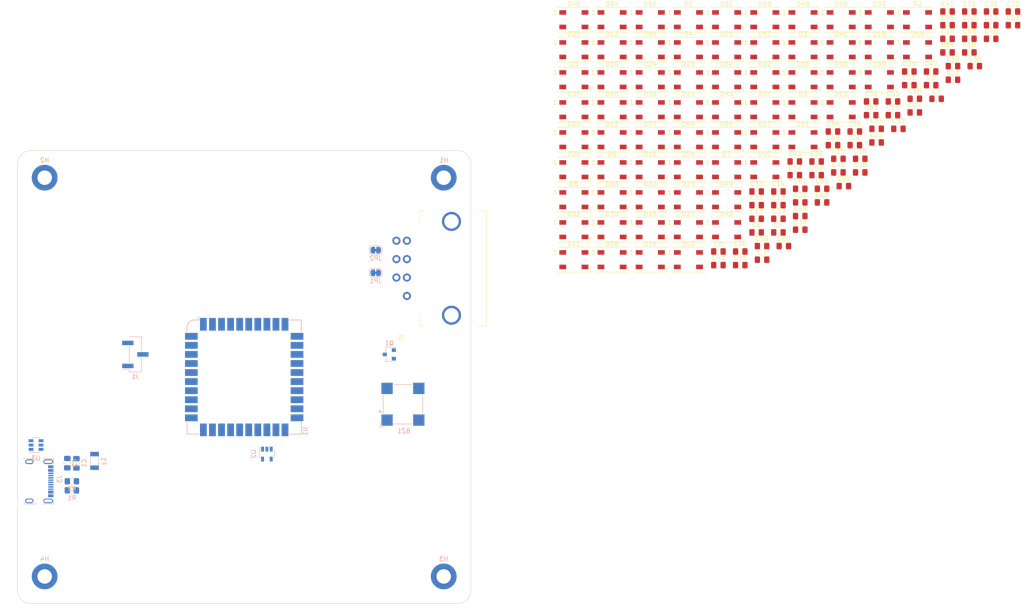
<source format=kicad_pcb>
(kicad_pcb (version 20210824) (generator pcbnew)
  (layers (0 "F.Cu" signal) (1 "In1.Cu" signal) (2 "In2.Cu" signal) (31 "B.Cu" signal) (34 "B.Paste" user) (35 "F.Paste" user) (36 "B.SilkS" user "B.Silkscreen") (37 "F.SilkS" user "F.Silkscreen") (38 "B.Mask" user) (39 "F.Mask" user) (44 "Edge.Cuts" user))
  (net 0 "")
  (net 1 "Net-(BZ1-Pad2)")
  (net 2 "+5V")
  (net 3 "Net-(C1-Pad1)")
  (net 4 "GND")
  (net 5 "/LED Matrix/LED_DATA_5V")
  (net 6 "Net-(D1-Pad2)")
  (net 7 "Net-(D2-Pad2)")
  (net 8 "Net-(D3-Pad2)")
  (net 9 "Net-(D4-Pad2)")
  (net 10 "Net-(D5-Pad2)")
  (net 11 "Net-(D6-Pad2)")
  (net 12 "Net-(D7-Pad2)")
  (net 13 "Net-(D8-Pad2)")
  (net 14 "Net-(D10-Pad4)")
  (net 15 "Net-(D10-Pad2)")
  (net 16 "Net-(D11-Pad2)")
  (net 17 "Net-(D12-Pad2)")
  (net 18 "Net-(D13-Pad2)")
  (net 19 "Net-(D14-Pad2)")
  (net 20 "Net-(D15-Pad2)")
  (net 21 "Net-(D16-Pad2)")
  (net 22 "Net-(D17-Pad2)")
  (net 23 "Net-(D18-Pad2)")
  (net 24 "Net-(D19-Pad2)")
  (net 25 "Net-(D20-Pad2)")
  (net 26 "Net-(D21-Pad2)")
  (net 27 "Net-(D22-Pad2)")
  (net 28 "Net-(D23-Pad2)")
  (net 29 "Net-(D24-Pad2)")
  (net 30 "Net-(D25-Pad2)")
  (net 31 "Net-(D26-Pad2)")
  (net 32 "Net-(D27-Pad2)")
  (net 33 "Net-(D28-Pad2)")
  (net 34 "Net-(D29-Pad2)")
  (net 35 "Net-(D30-Pad2)")
  (net 36 "Net-(D31-Pad2)")
  (net 37 "Net-(D32-Pad2)")
  (net 38 "Net-(D33-Pad2)")
  (net 39 "Net-(D34-Pad2)")
  (net 40 "Net-(D35-Pad2)")
  (net 41 "Net-(D36-Pad2)")
  (net 42 "Net-(D37-Pad2)")
  (net 43 "Net-(D38-Pad2)")
  (net 44 "Net-(D39-Pad2)")
  (net 45 "Net-(D40-Pad2)")
  (net 46 "Net-(D41-Pad2)")
  (net 47 "Net-(D42-Pad2)")
  (net 48 "Net-(D43-Pad2)")
  (net 49 "Net-(D44-Pad2)")
  (net 50 "Net-(D45-Pad2)")
  (net 51 "Net-(D46-Pad2)")
  (net 52 "Net-(D47-Pad2)")
  (net 53 "Net-(D48-Pad2)")
  (net 54 "Net-(D49-Pad2)")
  (net 55 "Net-(D50-Pad2)")
  (net 56 "Net-(D51-Pad2)")
  (net 57 "Net-(D52-Pad2)")
  (net 58 "Net-(D53-Pad2)")
  (net 59 "Net-(D54-Pad2)")
  (net 60 "Net-(D55-Pad2)")
  (net 61 "Net-(D56-Pad2)")
  (net 62 "Net-(D57-Pad2)")
  (net 63 "Net-(D58-Pad2)")
  (net 64 "Net-(D59-Pad2)")
  (net 65 "Net-(D60-Pad2)")
  (net 66 "Net-(D61-Pad2)")
  (net 67 "Net-(D62-Pad2)")
  (net 68 "Net-(D63-Pad2)")
  (net 70 "SWDIO")
  (net 71 "SWCLK")
  (net 72 "Net-(J2-Pad2)")
  (net 73 "Net-(J2-Pad3)")
  (net 74 "CTRL_DATA")
  (net 77 "+3V3")
  (net 78 "Net-(J3-PadA5)")
  (net 79 "USB_D+")
  (net 80 "USB_D-")
  (net 82 "Net-(J3-PadB5)")
  (net 84 "CTRL_CLK")
  (net 85 "CTRL_LATCH")
  (net 86 "BUZZ")
  (net 105 "Net-(U1-Pad23)")
  (footprint "Capacitor_SMD:C_0805_2012Metric_Pad1.18x1.45mm_HandSolder" (layer "F.Cu") (at 277.425 58.445)
    (fp_text reference "C66")
    (fp_text value "100nF")
  )
  (footprint "Capacitor_SMD:C_0805_2012Metric_Pad1.18x1.45mm_HandSolder" (layer "F.Cu") (at 279.835 45.805)
    (fp_text reference "C44")
    (fp_text value "100nF")
  )
  (footprint "LED_SMD:LED_WS2812B_PLCC4_5.0x5.0mm_P3.2mm" (layer "F.Cu") (at 239.54 21.13)
    (fp_text reference "D60")
    (fp_text value "WS2812C")
  )
  (footprint "LED_SMD:LED_WS2812B_PLCC4_5.0x5.0mm_P3.2mm" (layer "F.Cu") (at 222.7 40.99)
    (fp_text reference "D37")
    (fp_text value "WS2812C")
  )
  (footprint "LED_SMD:LED_WS2812B_PLCC4_5.0x5.0mm_P3.2mm" (layer "F.Cu") (at 231.12 40.99)
    (fp_text reference "D40")
    (fp_text value "WS2812C")
  )
  (footprint "LED_SMD:LED_WS2812B_PLCC4_5.0x5.0mm_P3.2mm" (layer "F.Cu") (at 247.96 47.61)
    (fp_text reference "D44")
    (fp_text value "WS2812C")
  )
  (footprint "LED_SMD:LED_WS2812B_PLCC4_5.0x5.0mm_P3.2mm" (layer "F.Cu") (at 264.8 40.99)
    (fp_text reference "D47")
    (fp_text value "WS2812C")
  )
  (footprint "LED_SMD:LED_WS2812B_PLCC4_5.0x5.0mm_P3.2mm" (layer "F.Cu") (at 231.12 60.85)
    (fp_text reference "D63")
    (fp_text value "WS2812C")
  )
  (footprint "Capacitor_SMD:C_0805_2012Metric_Pad1.18x1.45mm_HandSolder" (layer "F.Cu") (at 288.255 42.195)
    (fp_text reference "C63")
    (fp_text value "100nF")
  )
  (footprint "LED_SMD:LED_WS2812B_PLCC4_5.0x5.0mm_P3.2mm" (layer "F.Cu") (at 222.7 67.47)
    (fp_text reference "D32")
    (fp_text value "WS2812C")
  )
  (footprint "LED_SMD:LED_WS2812B_PLCC4_5.0x5.0mm_P3.2mm" (layer "F.Cu") (at 273.22 21.13)
    (fp_text reference "D48")
    (fp_text value "WS2812C")
  )
  (footprint "Capacitor_SMD:C_0805_2012Metric_Pad1.18x1.45mm_HandSolder" (layer "F.Cu") (at 289.455 48.215)
    (fp_text reference "C22")
    (fp_text value "100nF")
  )
  (footprint "Capacitor_SMD:C_0805_2012Metric_Pad1.18x1.45mm_HandSolder" (layer "F.Cu") (at 267.805 59.045)
    (fp_text reference "C14")
    (fp_text value "100nF")
  )
  (footprint "LED_SMD:LED_WS2812B_PLCC4_5.0x5.0mm_P3.2mm" (layer "F.Cu") (at 264.8 21.13)
    (fp_text reference "D58")
    (fp_text value "WS2812C")
  )
  (footprint "Capacitor_SMD:C_0805_2012Metric_Pad1.18x1.45mm_HandSolder" (layer "F.Cu") (at 305.095 25.345)
    (fp_text reference "C24")
    (fp_text value "100nF")
  )
  (footprint "LED_SMD:LED_WS2812B_PLCC4_5.0x5.0mm_P3.2mm" (layer "F.Cu") (at 247.96 40.99)
    (fp_text reference "D14")
    (fp_text value "WS2812C")
  )
  (footprint "Capacitor_SMD:C_0805_2012Metric_Pad1.18x1.45mm_HandSolder" (layer "F.Cu") (at 281.035 54.835)
    (fp_text reference "C46")
    (fp_text value "100nF")
  )
  (footprint "LED_SMD:LED_WS2812B_PLCC4_5.0x5.0mm_P3.2mm" (layer "F.Cu") (at 239.54 54.23)
    (fp_text reference "D16")
    (fp_text value "WS2812C")
  )
  (footprint "Capacitor_SMD:C_0805_2012Metric_Pad1.18x1.45mm_HandSolder" (layer "F.Cu") (at 281.035 51.825)
    (fp_text reference "C15")
    (fp_text value "100nF")
  )
  (footprint "Capacitor_SMD:C_0805_2012Metric_Pad1.18x1.45mm_HandSolder" (layer "F.Cu") (at 285.845 54.835)
    (fp_text reference "C28")
    (fp_text value "100nF")
  )
  (footprint "LED_SMD:LED_WS2812B_PLCC4_5.0x5.0mm_P3.2mm" (layer "F.Cu") (at 281.64 27.75)
    (fp_text reference "D41")
    (fp_text value "WS2812C")
  )
  (footprint "Capacitor_SMD:C_0805_2012Metric_Pad1.18x1.45mm_HandSolder" (layer "F.Cu") (at 262.995 62.055)
    (fp_text reference "C31")
    (fp_text value "100nF")
  )
  (footprint "Capacitor_SMD:C_0805_2012Metric_Pad1.18x1.45mm_HandSolder" (layer "F.Cu") (at 282.235 57.845)
    (fp_text reference "C52")
    (fp_text value "100nF")
  )
  (footprint "LED_SMD:LED_WS2812B_PLCC4_5.0x5.0mm_P3.2mm" (layer "F.Cu") (at 231.12 54.23)
    (fp_text reference "D6")
    (fp_text value "WS2812C")
  )
  (footprint "LED_SMD:LED_WS2812B_PLCC4_5.0x5.0mm_P3.2mm" (layer "F.Cu") (at 281.64 34.37)
    (fp_text reference "D50")
    (fp_text value "WS2812C")
  )
  (footprint "Capacitor_SMD:C_0805_2012Metric_Pad1.18x1.45mm_HandSolder" (layer "F.Cu") (at 314.715 22.335)
    (fp_text reference "C17")
    (fp_text value "100nF")
  )
  (footprint "LED_SMD:LED_WS2812B_PLCC4_5.0x5.0mm_P3.2mm" (layer "F.Cu") (at 239.54 34.37)
    (fp_text reference "D24")
    (fp_text value "WS2812C")
  )
  (footprint "LED_SMD:LED_WS2812B_PLCC4_5.0x5.0mm_P3.2mm" (layer "F.Cu") (at 239.54 27.75)
    (fp_text reference "D64")
    (fp_text value "WS2812C")
  )
  (footprint "LED_SMD:LED_WS2812B_PLCC4_5.0x5.0mm_P3.2mm" (layer "F.Cu") (at 222.7 47.61)
    (fp_text reference "D35")
    (fp_text value "WS2812C")
  )
  (footprint "LED_SMD:LED_WS2812B_PLCC4_5.0x5.0mm_P3.2mm" (layer "F.Cu") (at 247.96 67.47)
    (fp_text reference "D27")
    (fp_text value "WS2812C")
  )
  (footprint "LED_SMD:LED_WS2812B_PLCC4_5.0x5.0mm_P3.2mm" (layer "F.Cu") (at 264.8 27.75)
    (fp_text reference "D53")
    (fp_text value "WS2812C")
  )
  (footprint "LED_SMD:LED_WS2812B_PLCC4_5.0x5.0mm_P3.2mm" (layer "F.Cu") (at 273.22 40.99)
    (fp_text reference "D9")
    (fp_text value "WS2812C")
  )
  (footprint "Capacitor_SMD:C_0805_2012Metric_Pad1.18x1.45mm_HandSolder" (layer "F.Cu") (at 306.295 34.375)
    (fp_text reference "C11")
    (fp_text value "100nF")
  )
  (footprint "LED_SMD:LED_WS2812B_PLCC4_5.0x5.0mm_P3.2mm" (layer "F.Cu") (at 290.06 34.37)
    (fp_text reference "D39")
    (fp_text value "WS2812C")
  )
  (footprint "Capacitor_SMD:C_0805_2012Metric_Pad1.18x1.45mm_HandSolder" (layer "F.Cu") (at 271.415 55.435)
    (fp_text reference "C57")
    (fp_text value "100nF")
  )
  (footprint "Capacitor_SMD:C_0805_2012Metric_Pad1.18x1.45mm_HandSolder" (layer "F.Cu") (at 314.715 25.345)
    (fp_text reference "C40")
    (fp_text value "100nF")
  )
  (footprint "Capacitor_SMD:C_0805_2012Metric_Pad1.18x1.45mm_HandSolder" (layer "F.Cu") (at 296.675 35.575)
    (fp_text reference "C21")
    (fp_text value "100nF")
  )
  (footprint "LED_SMD:LED_WS2812B_PLCC4_5.0x5.0mm_P3.2mm" (layer "F.Cu") (at 222.7 74.09)
    (fp_text reference "D11")
    (fp_text value "WS2812C")
  )
  (footprint "Capacitor_SMD:C_0805_2012Metric_Pad1.18x1.45mm_HandSolder" (layer "F.Cu") (at 284.645 48.815)
    (fp_text reference "C9")
    (fp_text value "100nF")
  )
  (footprint "Capacitor_SMD:C_0805_2012Metric_Pad1.18x1.45mm_HandSolder" (layer "F.Cu") (at 309.905 25.345)
    (fp_text reference "C65")
    (fp_text value "100nF")
  )
  (footprint "Capacitor_SMD:C_0805_2012Metric_Pad1.18x1.45mm_HandSolder" (layer "F.Cu") (at 267.805 62.055)
    (fp_text reference "C23")
    (fp_text value "100nF")
  )
  (footprint "LED_SMD:LED_WS2812B_PLCC4_5.0x5.0mm_P3.2mm" (layer "F.Cu") (at 222.7 27.75)
    (fp_text reference "D25")
    (fp_text value "WS2812C")
  )
  (footprint "LED_SMD:LED_WS2812B_PLCC4_5.0x5.0mm_P3.2mm" (layer "F.Cu") (at 247.96 34.37)
    (fp_text reference "D28")
    (fp_text value "WS2812C")
  )
  (footprint "Capacitor_SMD:C_0805_2012Metric_Pad1.18x1.45mm_HandSolder" (layer "F.Cu") (at 306.295 31.365)
    (fp_text reference "C10")
    (fp_text value "100nF")
  )
  (footprint "Capacitor_SMD:C_0805_2012Metric_Pad1.18x1.45mm_HandSolder" (layer "F.Cu") (at 272.615 64.465)
    (fp_text reference "C49")
    (fp_text value "100nF")
  )
  (footprint "LED_SMD:LED_WS2812B_PLCC4_5.0x5.0mm_P3.2mm" (layer "F.Cu") (at 231.12 74.09)
    (fp_text reference "D38")
    (fp_text value "WS2812C")
  )
  (footprint "Capacitor_SMD:C_0805_2012Metric_Pad1.18x1.45mm_HandSolder" (layer "F.Cu") (at 254.575 72.285)
    (fp_text reference "C8")
    (fp_text value "100nF")
  )
  (footprint "Capacitor_SMD:C_0805_2012Metric_Pad1.18x1.45mm_HandSolder" (layer "F.Cu") (at 296.675 32.565)
    (fp_text reference "C29")
    (fp_text value "100nF")
  )
  (footprint "Capacitor_SMD:C_0805_2012Metric_Pad1.18x1.45mm_HandSolder" (layer "F.Cu") (at 269.005 71.085)
    (fp_text reference "C50")
    (fp_text value "100nF")
  )
  (footprint "Capacitor_SMD:C_0805_2012Metric_Pad1.18x1.45mm_HandSolder" (layer "F.Cu") (at 311.105 31.365)
    (fp_text reference "C36")
    (fp_text value "100nF")
  )
  (footprint "Capacitor_SMD:C_0805_2012Metric_Pad1.18x1.45mm_HandSolder" (layer "F.Cu") (at 305.095 28.355)
    (fp_text reference "C54")
    (fp_text value "100nF")
  )
  (footprint "LED_SMD:LED_WS2812B_PLCC4_5.0x5.0mm_P3.2mm" (layer "F.Cu") (at 231.12 21.13)
    (fp_text reference "D34")
    (fp_text value "WS2812C")
  )
  (footprint "Capacitor_SMD:C_0805_2012Metric_Pad1.18x1.45mm_HandSolder" (layer "F.Cu") (at 297.875 41.595)
    (fp_text reference "C27")
    (fp_text value "100nF")
  )
  (footprint "Capacitor_SMD:C_0805_2012Metric_Pad1.18x1.45mm_HandSolder" (layer "F.Cu") (at 309.905 22.335)
    (fp_text reference "C53")
    (fp_text value "100nF")
  )
  (footprint "LED_SMD:LED_WS2812B_PLCC4_5.0x5.0mm_P3.2mm" (layer "F.Cu") (at 281.64 21.13)
    (fp_text reference "D10")
    (fp_text value "WS2812C")
  )
  (footprint "LED_SMD:LED_WS2812B_PLCC4_5.0x5.0mm_P3.2mm" (layer "F.Cu") (at 256.38 67.47)
    (fp_text reference "D42")
    (fp_text value "WS2812C")
  )
  (footprint "Capacitor_SMD:C_0805_2012Metric_Pad1.18x1.45mm_HandSolder" (layer "F.Cu") (at 309.905 28.355)
    (fp_text reference "C18")
    (fp_text value "100nF")
  )
  (footprint "Capacitor_SMD:C_0805_2012Metric_Pad1.18x1.45mm_HandSolder" (layer "F.Cu") (at 305.095 19.325)
    (fp_text reference "C41")
    (fp_text value "100nF")
  )
  (footprint "Capacitor_SMD:C_0805_2012Metric_Pad1.18x1.45mm_HandSolder" (layer "F.Cu") (at 305.095 22.335)
    (fp_text reference "C45")
    (fp_text value "100nF")
  )
  (footprint "LED_SMD:LED_WS2812B_PLCC4_5.0x5.0mm_P3.2mm" (layer "F.Cu") (at 231.12 67.47)
    (fp_text reference "D30")
    (fp_text value "WS2812C")
  )
  (footprint "Capacitor_SMD:C_0805_2012Metric_Pad1.18x1.45mm_HandSolder" (layer "F.Cu") (at 302.685 38.585)
    (fp_text reference "C7")
    (fp_text value "100nF")
  )
  (footprint "Capacitor_SMD:C_0805_2012Metric_Pad1.18x1.45mm_HandSolder" (layer "F.Cu") (at 301.485 35.575)
    (fp_text reference "C5")
    (fp_text value "100nF")
  )
  (footprint "Capacitor_SMD:C_0805_2012Metric_Pad1.18x1.45mm_HandSolder" (layer "F.Cu") (at 272.615 67.475)
    (fp_text reference "C34")
    (fp_text value "100nF")
  )
  (footprint "Capacitor_SMD:C_0805_2012Metric_Pad1.18x1.45mm_HandSolder" (layer "F.Cu") (at 262.995 59.045)
    (fp_text reference "C33")
    (fp_text value "100nF")
  )
  (footprint "LED_SMD:LED_WS2812B_PLCC4_5.0x5.0mm_P3.2mm" (layer "F.Cu") (at 256.38 60.85)
    (fp_text reference "D49")
    (fp_text value "WS2812C")
  )
  (footprint "Capacitor_SMD:C_0805_2012Metric_Pad1.18x1.45mm_HandSolder" (layer "F.Cu") (at 288.255 39.185)
    (fp_text reference "C35")
    (fp_text value "100nF")
  )
  (footprint "LED_SMD:LED_WS2812B_PLCC4_5.0x5.0mm_P3.2mm" (layer "F.Cu") (at 264.8 54.23)
    (fp_text reference "D55")
    (fp_text value "WS2812C")
  )
  (footprint "LED_SMD:LED_WS2812B_PLCC4_5.0x5.0mm_P3.2mm" (layer "F.Cu") (at 256.38 34.37)
    (fp_text reference "D62")
    (fp_text value "WS2812C")
  )
  (footprint "Capacitor_SMD:C_0805_2012Metric_Pad1.18x1.45mm_HandSolder" (layer "F.Cu") (at 267.805 68.075)
    (fp_text reference "C4")
    (fp_text value "100nF")
  )
  (footprint "LED_SMD:LED_WS2812B_PLCC4_5.0x5.0mm_P3.2mm" (layer "F.Cu") (at 298.48 27.75)
    (fp_text reference "D59")
    (fp_text value "WS2812C")
  )
  (footprint "Capacitor_SMD:C_0805_2012Metric_Pad1.18x1.45mm_HandSolder" (layer "F.Cu") (at 272.615 61.455)
    (fp_text reference "C39")
    (fp_text value "100nF")
  )
  (footprint "Capacitor_SMD:C_0805_2012Metric_Pad1.18x1.45mm_HandSolder" (layer "F.Cu") (at 262.995 68.075)
    (fp_text reference "C6")
    (fp_text value "100nF")
  )
  (footprint "Capacitor_SMD:C_0805_2012Metric_Pad1.18x1.45mm_HandSolder" (layer "F.Cu") (at 285.845 51.825)
    (fp_text reference "C38")
    (fp_text value "100nF")
  )
  (footprint "LED_SMD:LED_WS2812B_PLCC4_5.0x5.0mm_P3.2mm" (layer "F.Cu") (at 256.38 47.61)
    (fp_text reference "D61")
    (fp_text value "WS2812C")
  )
  (footprint "LED_SMD:LED_WS2812B_PLCC4_5.0x5.0mm_P3.2mm" (layer "F.Cu") (at 290.06 27.75)
    (fp_text reference "D18")
    (fp_text value "WS2812C")
  )
  (footprint "LED_SMD:LED_WS2812B_PLCC4_5.0x5.0mm_P3.2mm" (layer "F.Cu") (at 264.8 47.61)
    (fp_text reference "D17")
    (fp_text value "WS2812C")
  )
  (footprint "LED_SMD:LED_WS2812B_PLCC4_5.0x5.0mm_P3.2mm" (layer "F.Cu") (at 247.96 21.13)
    (fp_text reference "D1")
    (fp_text value "WS2812C")
  )
  (footprint "LED_SMD:LED_WS2812B_PLCC4_5.0x5.0mm_P3.2mm" (layer "F.Cu") (at 247.96 60.85)
    (fp_text reference "D29")
    (fp_text value "WS2812C")
  )
  (footprint "LED_SMD:LED_WS2812B_PLCC4_5.0x5.0mm_P3.2mm" (layer "F.Cu") (at 222.7 34.37)
    (fp_text reference "D5")
    (fp_text value "WS2812C")
  )
  (footprint "Capacitor_SMD:C_0805_2012Metric_Pad1.18x1.45mm_HandSolder" (layer "F.Cu") (at 271.415 52.425)
    (fp_text reference "C43")
    (fp_text value "100nF")
  )
  (footprint "Capacitor_SMD:C_0805_2012Metric_Pad1.18x1.45mm_HandSolder" (layer "F.Cu") (at 297.875 38.585)
    (fp_text reference "C58")
    (fp_text value "100nF")
  )
  (footprint "Capacitor_SMD:C_0805_2012Metric_Pad1.18x1.45mm_HandSolder" (layer "F.Cu") (at 319.525 19.325)
    (fp_text reference "C12")
    (fp_text value "100nF")
  )
  (footprint "Capacitor_SMD:C_0805_2012Metric_Pad1.18x1.45mm_HandSolder" (layer "F.Cu") (at 279.835 48.815)
    (fp_text reference "C64")
    (fp_text value "100nF")
  )
  (footprint "Capacitor_SMD:C_0805_2012Metric_Pad1.18x1.45mm_HandSolder" (layer "F.Cu") (at 259.385 72.285)
    (fp_text reference "C20")
    (fp_text value "100nF")
  )
  (footprint "LED_SMD:LED_WS2812B_PLCC4_5.0x5.0mm_P3.2mm" (layer "F.Cu") (at 247.96 74.09)
    (fp_text reference "D43")
    (fp_text value "WS2812C")
  )
  (footprint "Capacitor_SMD:C_0805_2012Metric_Pad1.18x1.45mm_HandSolder" (layer "F.Cu") (at 289.455 45.205)
    (fp_text reference "C25")
    (fp_text value "100nF")
  )
  (footprint "Capacitor_SMD:C_0805_2012Metric_Pad1.18x1.45mm_HandSolder" (layer "F.Cu") (at 309.905 19.325)
    (fp_text reference "C16")
    (fp_text value "100nF")
  )
  (footprint "Capacitor_SMD:C_0805_2012Metric_Pad1.18x1.45mm_HandSolder" (layer "F.Cu") (at 293.065 39.185)
    (fp_text reference "C55")
    (fp_text value "100nF")
  )
  (footprint "Capacitor_SMD:C_0805_2012Metric_Pad1.18x1.45mm_HandSolder" (layer "F.Cu") (at 301.485 32.565)
    (fp_text reference "C47")
    (fp_text value "100nF")
  )
  (footprint "Capacitor_SMD:C_0805_2012Metric_Pad1.18x1.45mm_HandSolder" (layer "F.Cu") (at 314.715 19.325)
    (fp_text reference "C32")
    (fp_text value "100nF")
  )
  (footprint "LED_SMD:LED_WS2812B_PLCC4_5.0x5.0mm_P3.2mm" (layer "F.Cu") (at 247.96 54.23)
    (fp_text reference "D54")
    (fp_text value "WS2812C")
  )
  (footprint "LED_SMD:LED_WS2812B_PLCC4_5.0x5.0mm_P3.2mm" (layer "F.Cu") (at 264.8 34.37)
    (fp_text reference "D22")
    (fp_text value "WS2812C")
  )
  (footprint "LED_SMD:LED_WS2812B_PLCC4_5.0x5.0mm_P3.2mm" (layer "F.Cu") (at 231.12 34.37)
    (fp_text reference "D19")
    (fp_text value "WS2812C")
  )
  (footprint "Capacitor_SMD:C_0805_2012Metric_Pad1.18x1.45mm_HandSolder" (layer "F.Cu") (at 277.425 61.455)
    (fp_text reference "C60")
    (fp_text value "100nF")
  )
  (footprint "LED_SMD:LED_WS2812B_PLCC4_5.0x5.0mm_P3.2mm" (layer "F.Cu") (at 231.12 47.61)
    (fp_text reference "D13")
    (fp_text value "WS2812C")
  )
  (footprint "Neopixel_pico_arcade:NES_Controller_connector" (layer "F.Cu") (at 184.72135 76 180)
    (fp_text reference "J2")
    (fp_text value "NES_controller_connector")
  )
  (footprint "Capacitor_SMD:C_0805_2012Metric_Pad1.18x1.45mm_HandSolder" (layer "F.Cu") (at 264.195 71.085)
    (fp_text reference "C59")
    (fp_text value "100nF")
  )
  (footprint "LED_SMD:LED_WS2812B_PLCC4_5.0x5.0mm_P3.2mm" (layer "F.Cu") (at 273.22 47.61)
    (fp_text reference "D51")
    (fp_text value "WS2812C")
  )
  (footprint "Capacitor_SMD:C_0805_2012Metric_Pad1.18x1.45mm_HandSolder" (layer "F.Cu") (at 262.995 65.065)
    (fp_text reference "C13")
    (fp_text value "100nF")
  )
  (footprint "LED_SMD:LED_WS2812B_PLCC4_5.0x5.0mm_P3.2mm" (layer "F.Cu") (at 290.06 21.13)
    (fp_text reference "D33")
    (fp_text value "WS2812C")
  )
  (footprint "Capacitor_SMD:C_0805_2012Metric_Pad1.18x1.45mm_HandSolder" (layer "F.Cu") (at 254.575 75.295)
    (fp_text reference "C48")
    (fp_text value "100nF")
  )
  (footprint "LED_SMD:LED_WS2812B_PLCC4_5.0x5.0mm_P3.2mm" (layer "F.Cu") (at 256.38 40.99)
    (fp_text reference "D45")
    (fp_text value "WS2812C")
  )
  (footprint "Capacitor_SMD:C_0805_2012Metric_Pad1.18x1.45mm_HandSolder" (layer "F.Cu") (at 272.615 58.445)
    (fp_text reference "C62")
    (fp_text value "100nF")
  )
  (footprint "LED_SMD:LED_WS2812B_PLCC4_5.0x5.0mm_P3.2mm" (layer "F.Cu") (at 256.38 27.75)
    (fp_text reference "D21")
    (fp_text value "WS2812C")
  )
  (footprint "Capacitor_SMD:C_0805_2012Metric_Pad1.18x1.45mm_HandSolder" (layer "F.Cu") (at 293.065 42.195)
    (fp_text reference "C19")
    (fp_text value "100nF")
  )
  (footprint "LED_SMD:LED_WS2812B_PLCC4_5.0x5.0mm_P3.2mm" (layer "F.Cu") (at 222.7 54.23)
    (fp_text reference "D20")
    (fp_text value "WS2812C")
  )
  (footprint "Capacitor_SMD:C_0805_2012Metric_Pad1.18x1.45mm_HandSolder" (layer "F.Cu") (at 319.525 22.335)
    (fp_text reference "C61")
    (fp_text value "100nF")
  )
  (footprint "LED_SMD:LED_WS2812B_PLCC4_5.0x5.0mm_P3.2mm" (layer "F.Cu") (at 239.54 60.85)
    (fp_text reference "D52")
    (fp_text value "WS2812C")
  )
  (footprint "Capacitor_SMD:C_0805_2012Metric_Pad1.18x1.45mm_HandSolder" (layer "F.Cu") (at 259.385 75.295)
    (fp_text reference "C51")
    (fp_text value "100nF")
  )
  (footprint "LED_SMD:LED_WS2812B_PLCC4_5.0x5.0mm_P3.2mm" (layer "F.Cu") (at 247.96 27.75)
    (fp_text reference "D4")
    (fp_text value "WS2812C")
  )
  (footprint "LED_SMD:LED_WS2812B_PLCC4_5.0x5.0mm_P3.2mm" (layer "F.Cu") (at 273.22 34.37)
    (fp_text reference "D36")
    (fp_text value "WS2812C")
  )
  (footprint "Capacitor_SMD:C_0805_2012Metric_Pad1.18x1.45mm_HandSolder" (layer "F.Cu") (at 276.225 52.425)
    (fp_text reference "C26")
    (fp_text value "100nF")
  )
  (footprint "LED_SMD:LED_WS2812B_PLCC4_5.0x5.0mm_P3.2mm" (layer "F.Cu") (at 231.12 27.75)
    (fp_text reference "D12")
    (fp_text value "WS2812C")
  )
  (footprint "LED_SMD:LED_WS2812B_PLCC4_5.0x5.0mm_P3.2mm" (layer "F.Cu") (at 239.54 74.09)
    (fp_text reference "D56")
    (fp_text value "WS2812C")
  )
  (footprint "LED_SMD:LED_WS2812B_PLCC4_5.0x5.0mm_P3.2mm" (layer "F.Cu") (at 281.64 40.99)
    (fp_text reference "D23")
    (fp_text value "WS2812C")
  )
  (footprint "Capacitor_SMD:C_0805_2012Metric_Pad1.18x1.45mm_HandSolder" (layer "F.Cu") (at 276.225 55.435)
    (fp_text reference "C42")
    (fp_text value "100nF")
  )
  (footprint "Capacitor_SMD:C_0805_2012Metric_Pad1.18x1.45mm_HandSolder" (layer "F.Cu") (at 284.645 45.805)
    (fp_text reference "C56")
    (fp_text value "100nF")
  )
  (footprint "LED_SMD:LED_WS2812B_PLCC4_5.0x5.0mm_P3.2mm" (layer "F.Cu") (at 239.54 67.47)
    (fp_text reference "D15")
    (fp_text value "WS2812C")
  )
  (footprint "Capacitor_SMD:C_0805_2012Metric_Pad1.18x1.45mm_HandSolder" (layer "F.Cu") (at 264.195 74.095)
    (fp_text reference "C3")
    (fp_text value "100nF")
  )
  (footprint "LED_SMD:LED_WS2812B_PLCC4_5.0x5.0mm_P3.2mm" (layer "F.Cu") (at 239.54 47.61)
    (fp_text reference "D57")
    (fp_text value "WS2812C")
  )
  (footprint "LED_SMD:LED_WS2812B_PLCC4_5.0x5.0mm_P3.2mm" (layer "F.Cu") (at 222.7 21.13)
    (fp_text reference "D46")
    (fp_text value "WS2812C")
  )
  (footprint "LED_SMD:LED_WS2812B_PLCC4_5.0x5.0mm_P3.2mm" (layer "F.Cu") (at 222.7 60.85)
    (fp_text reference "D8")
    (fp_text value "WS2812C")
  )
  (footprint "LED_SMD:LED_WS2812B_PLCC4_5.0x5.0mm_P3.2mm" (layer "F.Cu") (at 298.48 21.13)
    (fp_text reference "D2")
    (fp_text value "WS2812C")
  )
  (footprint "LED_SMD:LED_WS2812B_PLCC4_5.0x5.0mm_P3.2mm" (layer "F.Cu") (at 273.22 27.75)
    (fp_text reference "D3")
    (fp_text value "WS2812C")
  )
  (footprint "LED_SMD:LED_WS2812B_PLCC4_5.0x5.0mm_P3.2mm" (layer "F.Cu") (at 239.54 40.99)
    (fp_text reference "D26")
    (fp_text value "WS2812C")
  )
  (footprint "Capacitor_SMD:C_0805_2012Metric_Pad1.18x1.45mm_HandSolder" (layer "F.Cu") (at 294.265 45.205)
    (fp_text reference "C37")
    (fp_text value "100nF")
  )
  (footprint "LED_SMD:LED_WS2812B_PLCC4_5.0x5.0mm_P3.2mm" (layer "F.Cu") (at 256.38 21.13)
    (fp_text reference "D31")
    (fp_text value "WS2812C")
  )
  (footprint "Capacitor_SMD:C_0805_2012Metric_Pad1.18x1.45mm_HandSolder" (layer "F.Cu") (at 267.805 65.065)
    (fp_text reference "C30")
    (fp_text value "100nF")
  )
  (footprint "LED_SMD:LED_WS2812B_PLCC4_5.0x5.0mm_P3.2mm" (layer "F.Cu") (at 256.38 54.23)
    (fp_text reference "D7")
    (fp_text value "WS2812C")
  )
  (footprint "MountingHole:MountingHole_3.2mm_M3_ISO7380_Pad_TopOnly" (layer "B.Cu") (at 194 56 180)
    (fp_text reference "H1")
    (fp_text value "MountingHole_Pad")
  )
  (footprint "Package_TO_SOT_SMD:SOT-23-6" (layer "B.Cu") (at 104.1 115)
    (fp_text reference "U3")
    (fp_text value "SRV05-4HTG-D")
  )
  (footprint "MountingHole:MountingHole_3.2mm_M3_ISO7380_Pad_TopOnly" (layer "B.Cu") (at 106 56 180)
    (fp_text reference "H2")
    (fp_text value "MountingHole_Pad")
  )
  (footprint "MountingHole:MountingHole_3.2mm_M3_ISO7380_Pad_TopOnly" (layer "B.Cu") (at 194 144 180)
    (fp_text reference "H3")
    (fp_text value "MountingHole_Pad")
  )
  (footprint "Package_TO_SOT_SMD:SOT-23-5" (layer "B.Cu") (at 155 117 -90)
    (fp_text reference "U2")
    (fp_text value "SN74LV1T34DBV")
  )
  (footprint "RP2040_stamp:RP2040_Stamp_SMD" (layer "B.Cu") (at 150 100 -90)
    (fp_text reference "U1")
    (fp_text value "RP2040_Stamp")
  )
  (footprint "Buzzer_Beeper:MagneticBuzzer_CUI_CMT-8504-100-SMT" (layer "B.Cu") (at 185 106)
    (fp_text reference "BZ1")
    (fp_text value "Buzzer")
  )
  (footprint "MountingHole:MountingHole_3.2mm_M3_ISO7380_Pad_TopOnly" (layer "B.Cu") (at 106 144 180)
    (fp_text reference "H4")
    (fp_text value "MountingHole_Pad")
  )
  (footprint "Resistor_SMD:R_0805_2012Metric_Pad1.20x1.40mm_HandSolder" (layer "B.Cu") (at 112 123)
    (fp_text reference "R2")
    (fp_text value "5.1kΩ")
  )
  (footprint "Jumper:SolderJumper-2_P1.3mm_Bridged_RoundedPad1.0x1.5mm" (layer "B.Cu") (at 179 77)
    (fp_text reference "JP1")
    (fp_text value "jmp")
  )
  (footprint "Capacitor_SMD:C_0805_2012Metric_Pad1.18x1.45mm_HandSolder" (layer "B.Cu") (at 113 119.0375 90)
    (fp_text reference "C1")
    (fp_text value "4.7µF")
  )
  (footprint "Package_TO_SOT_SMD:SOT-23" (layer "B.Cu") (at 182 95 180)
    (fp_text reference "Q1")
    (fp_text value "2N7002")
  )
  (footprint "Capacitor_SMD:C_0805_2012Metric_Pad1.18x1.45mm_HandSolder" (layer "B.Cu") (at 111 119 90)
    (fp_text reference "C2")
    (fp_text value "100nF")
  )
  (footprint "Jumper:SolderJumper-2_P1.3mm_Bridged_RoundedPad1.0x1.5mm" (layer "B.Cu") (at 179 72)
    (fp_text reference "JP2")
    (fp_text value "jmp")
  )
  (footprint "Connector_PinHeader_2.54mm:PinHeader_1x03_P2.54mm_Vertical_SMD_Pin1Left" (layer "B.Cu") (at 126 95)
    (fp_text reference "J1")
    (fp_text value "SWD_connector")
  )
  (footprint "Resistor_SMD:R_0805_2012Metric_Pad1.20x1.40mm_HandSolder" (layer "B.Cu") (at 112 125)
    (fp_text reference "R1")
    (fp_text value "5.1kΩ")
  )
  (footprint "Neopixel_pico_arcade:USB_C_Receptacle_USB_2_GTC_USB4105" (layer "B.Cu") (at 105 123 90)
    (fp_text reference "J3")
    (fp_text value "USB_C_Receptacle_USB2.0")
  )
  (footprint "Neopixel_pico_arcade:Belfuse_0ZCJ" (layer "B.Cu") (at 117 118.5 90)
    (fp_text reference "F1")
    (fp_text value "PTC 1A")
  )
  (gr_line locked (start 100 53) (end 100 147) (layer "Edge.Cuts") (width 0.1))
  (gr_line locked (start 103 150) (end 197 150) (layer "Edge.Cuts") (width 0.1))
  (gr_arc locked (start 103 147) (end 100 147) (angle -90) (layer "Edge.Cuts") (width 0.1))
  (gr_arc locked (start 103 53) (end 103 50) (angle -90) (layer "Edge.Cuts") (width 0.1))
  (gr_arc locked (start 197 147) (end 197 150) (angle -90) (layer "Edge.Cuts") (width 0.1))
  (gr_arc locked (start 197 53) (end 200 53) (angle -90) (layer "Edge.Cuts") (width 0.1))
  (gr_line locked (start 200 147) (end 200 53) (layer "Edge.Cuts") (width 0.1))
  (gr_line locked (start 103 50) (end 197 50) (layer "Edge.Cuts") (width 0.1))
)
</source>
